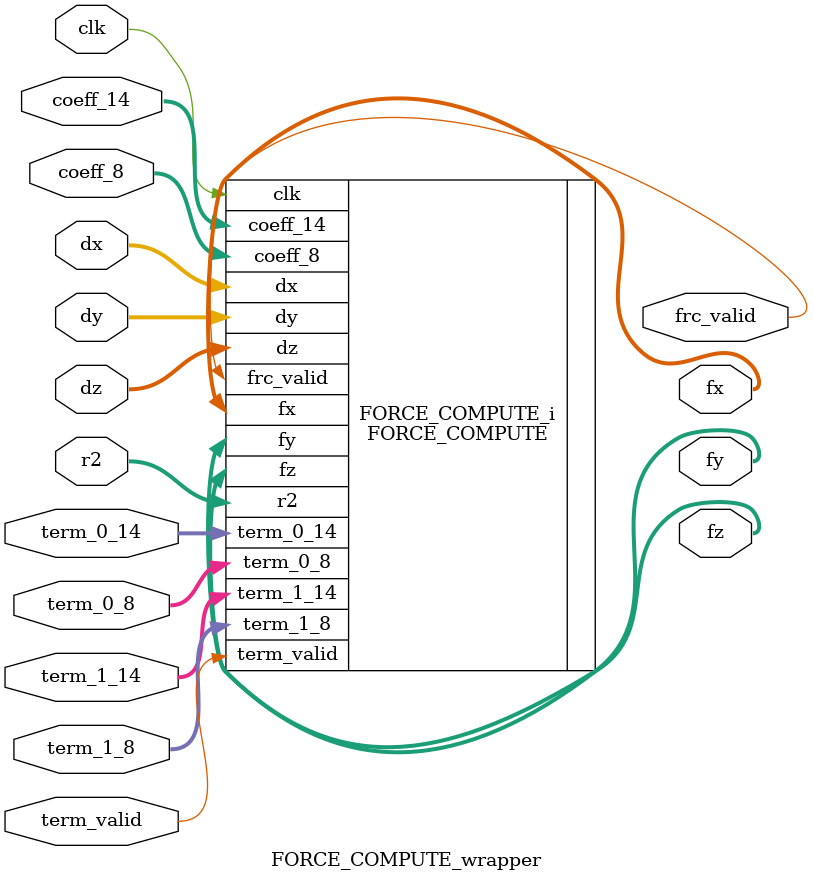
<source format=v>
`timescale 1 ps / 1 ps

module FORCE_COMPUTE_wrapper
   (clk,
    coeff_14,
    coeff_8,
    dx,
    dy,
    dz,
    frc_valid,
    fx,
    fy,
    fz,
    r2,
    term_0_14,
    term_0_8,
    term_1_14,
    term_1_8,
    term_valid);
  input clk;
  input [31:0]coeff_14;
  input [31:0]coeff_8;
  input [31:0]dx;
  input [31:0]dy;
  input [31:0]dz;
  output frc_valid;
  output [31:0]fx;
  output [31:0]fy;
  output [31:0]fz;
  input [31:0]r2;
  input [31:0]term_0_14;
  input [31:0]term_0_8;
  input [31:0]term_1_14;
  input [31:0]term_1_8;
  input term_valid;

  wire clk;
  wire [31:0]coeff_14;
  wire [31:0]coeff_8;
  wire [31:0]dx;
  wire [31:0]dy;
  wire [31:0]dz;
  wire frc_valid;
  wire [31:0]fx;
  wire [31:0]fy;
  wire [31:0]fz;
  wire [31:0]r2;
  wire [31:0]term_0_14;
  wire [31:0]term_0_8;
  wire [31:0]term_1_14;
  wire [31:0]term_1_8;
  wire term_valid;

  FORCE_COMPUTE FORCE_COMPUTE_i
       (.clk(clk),
        .coeff_14(coeff_14),
        .coeff_8(coeff_8),
        .dx(dx),
        .dy(dy),
        .dz(dz),
        .frc_valid(frc_valid),
        .fx(fx),
        .fy(fy),
        .fz(fz),
        .r2(r2),
        .term_0_14(term_0_14),
        .term_0_8(term_0_8),
        .term_1_14(term_1_14),
        .term_1_8(term_1_8),
        .term_valid(term_valid));
endmodule

</source>
